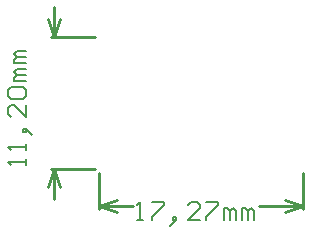
<source format=gbr>
G04 This is an RS-274x file exported by *
G04 gerbv version 2.6.0 *
G04 More information is available about gerbv at *
G04 http://gerbv.gpleda.org/ *
G04 --End of header info--*
%MOIN*%
%FSLAX34Y34*%
%IPPOS*%
G04 --Define apertures--*
%ADD10C,0.0080*%
%ADD11R,0.0315X0.0110*%
%ADD12R,0.0250X0.0200*%
%ADD13R,0.0200X0.0250*%
%ADD14R,0.0110X0.0315*%
%ADD15R,0.0300X0.0300*%
%ADD16R,0.0472X0.0433*%
%ADD17R,0.0984X0.0787*%
%ADD18C,0.0100*%
%ADD19C,0.0050*%
%ADD20C,0.0080*%
%ADD21C,0.0433*%
%ADD22C,0.0200*%
%ADD23O,0.0787X0.0394*%
%ADD24C,0.0043*%
%ADD25C,0.0040*%
%ADD26C,0.0040*%
%ADD27C,0.0040*%
%ADD28C,0.0030*%
%ADD29C,0.0060*%
%ADD30R,0.0395X0.0190*%
%ADD31R,0.0330X0.0280*%
%ADD32R,0.0280X0.0330*%
%ADD33R,0.0190X0.0395*%
%ADD34R,0.0380X0.0380*%
%ADD35R,0.0552X0.0513*%
%ADD36R,0.1064X0.0867*%
%ADD37C,0.0513*%
%ADD38O,0.0867X0.0474*%
G04 --Start main section--*
G54D18*
G01X0006800Y-001310D02*
G01X0006800Y-000120D01*
G01X0000000Y-001310D02*
G01X0000000Y-000120D01*
G01X0005349Y-001210D02*
G01X0006800Y-001210D01*
G01X0000000Y-001210D02*
G01X0001131Y-001210D01*
G01X0006200Y-001010D02*
G01X0006800Y-001210D01*
G01X0006200Y-001410D02*
G01X0006800Y-001210D01*
G01X0000000Y-001210D02*
G01X0000600Y-001410D01*
G01X0000000Y-001210D02*
G01X0000600Y-001010D01*
G01X-001590Y0004410D02*
G01X-000120Y0004410D01*
G01X-001590Y0000000D02*
G01X-000120Y0000000D01*
G01X-001490Y-001000D02*
G01X-001490Y0000000D01*
G01X-001490Y0004410D02*
G01X-001490Y0005410D01*
G01X-001690Y-000600D02*
G01X-001490Y0000000D01*
G01X-001490Y0000000D02*
G01X-001290Y-000600D01*
G01X-001490Y0004410D02*
G01X-001290Y0005010D01*
G01X-001690Y0005010D02*
G01X-001490Y0004410D01*
G54D29*
G01X0001291Y-001670D02*
G01X0001491Y-001670D01*
G01X0001491Y-001670D02*
G01X0001391Y-001670D01*
G01X0001391Y-001670D02*
G01X0001391Y-001070D01*
G01X0001391Y-001070D02*
G01X0001291Y-001170D01*
G01X0001790Y-001070D02*
G01X0002190Y-001070D01*
G01X0002190Y-001070D02*
G01X0002190Y-001170D01*
G01X0002190Y-001170D02*
G01X0001790Y-001570D01*
G01X0001790Y-001570D02*
G01X0001790Y-001670D01*
G01X0002490Y-001770D02*
G01X0002590Y-001670D01*
G01X0002590Y-001670D02*
G01X0002590Y-001570D01*
G01X0002590Y-001570D02*
G01X0002490Y-001570D01*
G01X0002490Y-001570D02*
G01X0002490Y-001670D01*
G01X0002490Y-001670D02*
G01X0002590Y-001670D01*
G01X0002590Y-001670D02*
G01X0002490Y-001770D01*
G01X0002490Y-001770D02*
G01X0002390Y-001870D01*
G01X0003390Y-001670D02*
G01X0002990Y-001670D01*
G01X0002990Y-001670D02*
G01X0003390Y-001270D01*
G01X0003390Y-001270D02*
G01X0003390Y-001170D01*
G01X0003390Y-001170D02*
G01X0003290Y-001070D01*
G01X0003290Y-001070D02*
G01X0003090Y-001070D01*
G01X0003090Y-001070D02*
G01X0002990Y-001170D01*
G01X0003590Y-001070D02*
G01X0003990Y-001070D01*
G01X0003990Y-001070D02*
G01X0003990Y-001170D01*
G01X0003990Y-001170D02*
G01X0003590Y-001570D01*
G01X0003590Y-001570D02*
G01X0003590Y-001670D01*
G01X0004190Y-001670D02*
G01X0004190Y-001270D01*
G01X0004190Y-001270D02*
G01X0004290Y-001270D01*
G01X0004290Y-001270D02*
G01X0004390Y-001370D01*
G01X0004390Y-001370D02*
G01X0004390Y-001670D01*
G01X0004390Y-001670D02*
G01X0004390Y-001370D01*
G01X0004390Y-001370D02*
G01X0004490Y-001270D01*
G01X0004490Y-001270D02*
G01X0004590Y-001370D01*
G01X0004590Y-001370D02*
G01X0004590Y-001670D01*
G01X0004789Y-001670D02*
G01X0004789Y-001270D01*
G01X0004789Y-001270D02*
G01X0004889Y-001270D01*
G01X0004889Y-001270D02*
G01X0004989Y-001370D01*
G01X0004989Y-001370D02*
G01X0004989Y-001670D01*
G01X0004989Y-001670D02*
G01X0004989Y-001370D01*
G01X0004989Y-001370D02*
G01X0005089Y-001270D01*
G01X0005089Y-001270D02*
G01X0005189Y-001370D01*
G01X0005189Y-001370D02*
G01X0005189Y-001670D01*
G01X-002410Y0000146D02*
G01X-002410Y0000346D01*
G01X-002410Y0000346D02*
G01X-002410Y0000246D01*
G01X-002410Y0000246D02*
G01X-003010Y0000246D01*
G01X-003010Y0000246D02*
G01X-002910Y0000146D01*
G01X-002410Y0000645D02*
G01X-002410Y0000845D01*
G01X-002410Y0000845D02*
G01X-002410Y0000745D01*
G01X-002410Y0000745D02*
G01X-003010Y0000745D01*
G01X-003010Y0000745D02*
G01X-002910Y0000645D01*
G01X-002310Y0001245D02*
G01X-002410Y0001345D01*
G01X-002410Y0001345D02*
G01X-002510Y0001345D01*
G01X-002510Y0001345D02*
G01X-002510Y0001245D01*
G01X-002510Y0001245D02*
G01X-002410Y0001245D01*
G01X-002410Y0001245D02*
G01X-002410Y0001345D01*
G01X-002410Y0001345D02*
G01X-002310Y0001245D01*
G01X-002310Y0001245D02*
G01X-002210Y0001145D01*
G01X-002410Y0002145D02*
G01X-002410Y0001745D01*
G01X-002410Y0001745D02*
G01X-002810Y0002145D01*
G01X-002810Y0002145D02*
G01X-002910Y0002145D01*
G01X-002910Y0002145D02*
G01X-003010Y0002045D01*
G01X-003010Y0002045D02*
G01X-003010Y0001845D01*
G01X-003010Y0001845D02*
G01X-002910Y0001745D01*
G01X-002910Y0002345D02*
G01X-003010Y0002445D01*
G01X-003010Y0002445D02*
G01X-003010Y0002645D01*
G01X-003010Y0002645D02*
G01X-002910Y0002745D01*
G01X-002910Y0002745D02*
G01X-002510Y0002745D01*
G01X-002510Y0002745D02*
G01X-002410Y0002645D01*
G01X-002410Y0002645D02*
G01X-002410Y0002445D01*
G01X-002410Y0002445D02*
G01X-002510Y0002345D01*
G01X-002510Y0002345D02*
G01X-002910Y0002345D01*
G01X-002410Y0002945D02*
G01X-002810Y0002945D01*
G01X-002810Y0002945D02*
G01X-002810Y0003045D01*
G01X-002810Y0003045D02*
G01X-002710Y0003145D01*
G01X-002710Y0003145D02*
G01X-002410Y0003145D01*
G01X-002410Y0003145D02*
G01X-002710Y0003145D01*
G01X-002710Y0003145D02*
G01X-002810Y0003245D01*
G01X-002810Y0003245D02*
G01X-002710Y0003345D01*
G01X-002710Y0003345D02*
G01X-002410Y0003345D01*
G01X-002410Y0003545D02*
G01X-002810Y0003545D01*
G01X-002810Y0003545D02*
G01X-002810Y0003644D01*
G01X-002810Y0003644D02*
G01X-002710Y0003744D01*
G01X-002710Y0003744D02*
G01X-002410Y0003744D01*
G01X-002410Y0003744D02*
G01X-002710Y0003744D01*
G01X-002710Y0003744D02*
G01X-002810Y0003844D01*
G01X-002810Y0003844D02*
G01X-002710Y0003944D01*
G01X-002710Y0003944D02*
G01X-002410Y0003944D01*
M02*

</source>
